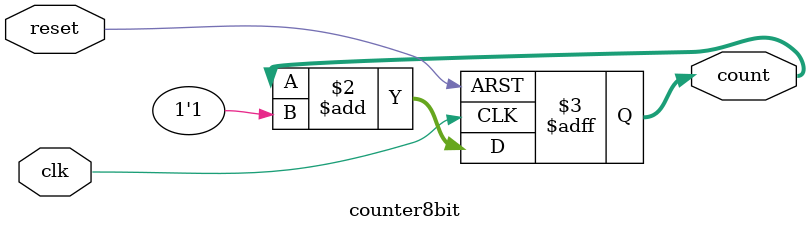
<source format=v>
module counter8bit (
    input wire clk,
    input wire reset,
    output reg [7:0] count
);

always @(posedge clk or posedge reset) begin
    if (reset)
        count <= 8'b0;
    else
        count <= count + 1'b1;
end

endmodule

</source>
